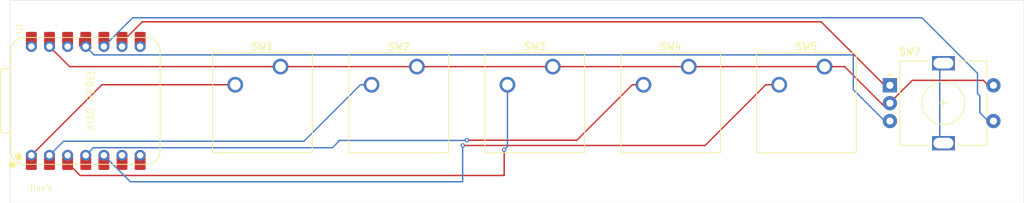
<source format=kicad_pcb>
(kicad_pcb (version 20241229) (generator "pcbnew") (generator_version "9.0")
  (layers (0 "F.Cu" signal) (2 "B.Cu" signal) (13 "F.Paste" user) (15 "B.Paste" user) (5 "F.SilkS" user "F.Silkscreen") (7 "B.SilkS" user "B.Silkscreen") (1 "F.Mask" user) (3 "B.Mask" user) (25 "Edge.Cuts" user))
  (net 0 "")
  (net 1 "Net-(U1-GPIO26{slash}ADC0{slash}A0)")
  (net 2 "GND")
  (net 3 "Net-(U1-GPIO27{slash}ADC1{slash}A1)")
  (net 4 "Net-(U1-GPIO28{slash}ADC2{slash}A2)")
  (net 5 "Net-(U1-GPIO29{slash}ADC3{slash}A3)")
  (net 6 "Net-(U1-GPIO6{slash}SDA)")
  (net 7 "EC_B")
  (net 8 "EC_A")
  (net 9 "EC_S1")
  (net 15 "unconnected-(SW7-PadMP)")
  (footprint "Button_Switch_Keyboard:SW_Cherry_MX_1.00u_PCB" (layer "F.Cu") (at 155.11 70.54)
    (property "Reference" "SW3" (at -2.54 -2.794 0) (layer "F.SilkS"))
    (property "Value" "SW_Push")
    (fp_line (start -9.525 -1.905) (end 4.445 -1.905) (stroke (width 0.12)) (layer "F.SilkS"))
    (fp_line (start -9.525 12.065) (end -9.525 -1.905) (stroke (width 0.12)) (layer "F.SilkS"))
    (fp_line (start 4.445 -1.905) (end 4.445 12.065) (stroke (width 0.12)) (layer "F.SilkS"))
    (fp_line (start 4.445 12.065) (end -9.525 12.065) (stroke (width 0.12)) (layer "F.SilkS"))
    (pad "" np_thru_hole circle (at -7.62 5.08) (size 1.7 1.7) (drill 1.7) (layers "*.Cu" "*.Mask"))
    (pad "" np_thru_hole circle (at -2.54 5.08) (size 4 4) (drill 4) (layers "*.Cu" "*.Mask"))
    (pad "" np_thru_hole circle (at 2.54 5.08) (size 1.7 1.7) (drill 1.7) (layers "*.Cu" "*.Mask"))
    (pad "1" thru_hole circle (at 0 0) (size 2.2 2.2) (drill 1.5) (layers "*.Cu" "*.Mask") (net 2 "GND"))
    (pad "2" thru_hole circle (at -6.35 2.54) (size 2.2 2.2) (drill 1.5) (layers "*.Cu" "*.Mask") (net 4 "Net-(U1-GPIO28{slash}ADC2{slash}A2)"))
  )
  (footprint "Button_Switch_Keyboard:SW_Cherry_MX_1.00u_PCB" (layer "F.Cu") (at 136.07 70.54)
    (property "Reference" "SW2" (at -2.54 -2.794 0) (layer "F.SilkS"))
    (property "Value" "SW_Push")
    (fp_line (start -9.525 -1.905) (end 4.445 -1.905) (stroke (width 0.12)) (layer "F.SilkS"))
    (fp_line (start -9.525 12.065) (end -9.525 -1.905) (stroke (width 0.12)) (layer "F.SilkS"))
    (fp_line (start 4.445 -1.905) (end 4.445 12.065) (stroke (width 0.12)) (layer "F.SilkS"))
    (fp_line (start 4.445 12.065) (end -9.525 12.065) (stroke (width 0.12)) (layer "F.SilkS"))
    (pad "" np_thru_hole circle (at -7.62 5.08) (size 1.7 1.7) (drill 1.7) (layers "*.Cu" "*.Mask"))
    (pad "" np_thru_hole circle (at -2.54 5.08) (size 4 4) (drill 4) (layers "*.Cu" "*.Mask"))
    (pad "" np_thru_hole circle (at 2.54 5.08) (size 1.7 1.7) (drill 1.7) (layers "*.Cu" "*.Mask"))
    (pad "1" thru_hole circle (at 0 0) (size 2.2 2.2) (drill 1.5) (layers "*.Cu" "*.Mask") (net 2 "GND"))
    (pad "2" thru_hole circle (at -6.35 2.54) (size 2.2 2.2) (drill 1.5) (layers "*.Cu" "*.Mask") (net 3 "Net-(U1-GPIO27{slash}ADC1{slash}A1)"))
  )
  (footprint "Button_Switch_Keyboard:SW_Cherry_MX_1.00u_PCB" (layer "F.Cu") (at 116.97 70.53875)
    (property "Reference" "SW1" (at -2.54 -2.794 0) (layer "F.SilkS"))
    (property "Value" "SW_Push")
    (fp_line (start -9.525 -1.905) (end 4.445 -1.905) (stroke (width 0.12)) (layer "F.SilkS"))
    (fp_line (start -9.525 12.065) (end -9.525 -1.905) (stroke (width 0.12)) (layer "F.SilkS"))
    (fp_line (start 4.445 -1.905) (end 4.445 12.065) (stroke (width 0.12)) (layer "F.SilkS"))
    (fp_line (start 4.445 12.065) (end -9.525 12.065) (stroke (width 0.12)) (layer "F.SilkS"))
    (pad "" np_thru_hole circle (at -7.62 5.08) (size 1.7 1.7) (drill 1.7) (layers "*.Cu" "*.Mask"))
    (pad "" np_thru_hole circle (at -2.54 5.08) (size 4 4) (drill 4) (layers "*.Cu" "*.Mask"))
    (pad "" np_thru_hole circle (at 2.54 5.08) (size 1.7 1.7) (drill 1.7) (layers "*.Cu" "*.Mask"))
    (pad "1" thru_hole circle (at 0 0) (size 2.2 2.2) (drill 1.5) (layers "*.Cu" "*.Mask") (net 2 "GND"))
    (pad "2" thru_hole circle (at -6.35 2.54) (size 2.2 2.2) (drill 1.5) (layers "*.Cu" "*.Mask") (net 1 "Net-(U1-GPIO26{slash}ADC0{slash}A0)"))
  )
  (footprint "Seeed Studio XIAO Series Library:XIAO-RP2040-DIP" (layer "F.Cu") (at 89.68 75.34 90)
    (property "Reference" "U1" (at 10.18125 -9.3075 90) (layer "F.SilkS") (effects (font (size 0.8 0.8) (thickness 0.1016))))
    (property "Value" "XIAO-RP2040-DIP")
    (fp_line (start -3.991272 -11.951) (end 4.004 -11.951) (stroke (width 0.127)) (layer "F.SilkS"))
    (fp_line (start 4.504 -11.451) (end 4.504 -10.541) (stroke (width 0.127)) (layer "F.SilkS"))
    (fp_line (start 6.985 -10.541) (end -6.985 -10.541) (stroke (width 0.1)) (layer "F.SilkS"))
    (fp_line (start 6.985 -10.541) (end -6.985 -10.541) (stroke (width 0.127)) (layer "F.SilkS"))
    (fp_line (start -4.495 -10.541) (end -4.491272 -11.451272) (stroke (width 0.127)) (layer "F.SilkS"))
    (fp_line (start 8.89 8.509) (end 8.89 -8.636) (stroke (width 0.127)) (layer "F.SilkS"))
    (fp_line (start -8.89 8.509) (end -8.89 -8.636) (stroke (width 0.127)) (layer "F.SilkS"))
    (fp_line (start -6.985 10.414) (end 6.985 10.414) (stroke (width 0.127)) (layer "F.SilkS"))
    (fp_arc (start 4.004 -11.951) (mid 4.357553 -11.804553) (end 4.504 -11.451) (stroke (width 0.127)) (layer "F.SilkS"))
    (fp_arc (start -4.491272 -11.451272) (mid -4.344728 -11.80464) (end -3.991272 -11.951) (stroke (width 0.127)) (layer "F.SilkS"))
    (fp_arc (start 6.985 -10.541) (mid 8.332038 -9.983038) (end 8.89 -8.636) (stroke (width 0.127)) (layer "F.SilkS"))
    (fp_arc (start -8.89 -8.636) (mid -8.332038 -9.983038) (end -6.985 -10.541) (stroke (width 0.127)) (layer "F.SilkS"))
    (fp_arc (start 8.89 8.509) (mid 8.332038 9.856038) (end 6.985 10.414) (stroke (width 0.127)) (layer "F.SilkS"))
    (fp_arc (start -6.985 10.414) (mid -8.332038 9.856038) (end -8.89 8.509) (stroke (width 0.127)) (layer "F.SilkS"))
    (fp_circle (center -8.95 -10.3) (end -8.95 -10.554) (stroke (width 0.5)) (fill yes) (layer "F.SilkS"))
    (fp_circle (center -7.807 -9.42) (end -7.807 -9.674) (stroke (width 0.5)) (fill yes) (layer "F.SilkS"))
    (pad "1" smd roundrect (at -8.455 -7.62 270) (size 2.432 1.524) (layers "F.Cu" "F.Mask") (roundrect_rratio 0.1) (net 1 "Net-(U1-GPIO26{slash}ADC0{slash}A0)"))
    (pad "1" thru_hole circle (at -7.62 -7.62 270) (size 1.524 1.524) (drill 0.889) (layers "*.Cu" "*.Mask") (net 1 "Net-(U1-GPIO26{slash}ADC0{slash}A0)"))
    (pad "2" smd roundrect (at -8.455 -5.08 270) (size 2.432 1.524) (layers "F.Cu" "F.Mask") (roundrect_rratio 0.1) (net 3 "Net-(U1-GPIO27{slash}ADC1{slash}A1)"))
    (pad "2" thru_hole circle (at -7.62 -5.08 270) (size 1.524 1.524) (drill 0.889) (layers "*.Cu" "*.Mask") (net 3 "Net-(U1-GPIO27{slash}ADC1{slash}A1)"))
    (pad "3" smd roundrect (at -8.455 -2.54 270) (size 2.432 1.524) (layers "F.Cu" "F.Mask") (roundrect_rratio 0.1) (net 4 "Net-(U1-GPIO28{slash}ADC2{slash}A2)"))
    (pad "3" thru_hole circle (at -7.62 -2.54 270) (size 1.524 1.524) (drill 0.889) (layers "*.Cu" "*.Mask") (net 4 "Net-(U1-GPIO28{slash}ADC2{slash}A2)"))
    (pad "4" smd roundrect (at -8.455 0 270) (size 2.432 1.524) (layers "F.Cu" "F.Mask") (roundrect_rratio 0.1) (net 5 "Net-(U1-GPIO29{slash}ADC3{slash}A3)"))
    (pad "4" thru_hole circle (at -7.62 0 270) (size 1.524 1.524) (drill 0.889) (layers "*.Cu" "*.Mask") (net 5 "Net-(U1-GPIO29{slash}ADC3{slash}A3)"))
    (pad "5" smd roundrect (at -8.455 2.54 270) (size 2.432 1.524) (layers "F.Cu" "F.Mask") (roundrect_rratio 0.1) (net 6 "Net-(U1-GPIO6{slash}SDA)"))
    (pad "5" thru_hole circle (at -7.62 2.54 270) (size 1.524 1.524) (drill 0.889) (layers "*.Cu" "*.Mask") (net 6 "Net-(U1-GPIO6{slash}SDA)"))
    (pad "6" smd roundrect (at -8.455 5.08 270) (size 2.432 1.524) (layers "F.Cu" "F.Mask") (roundrect_rratio 0.1))
    (pad "6" thru_hole circle (at -7.62 5.08 270) (size 1.524 1.524) (drill 0.889) (layers "*.Cu" "*.Mask"))
    (pad "7" smd roundrect (at -8.455 7.62 270) (size 2.432 1.524) (layers "F.Cu" "F.Mask") (roundrect_rratio 0.1))
    (pad "7" thru_hole circle (at -7.62 7.62 270) (size 1.524 1.524) (drill 0.889) (layers "*.Cu" "*.Mask"))
    (pad "8" thru_hole circle (at 7.62 7.62 90) (size 1.524 1.524) (drill 0.889) (layers "*.Cu" "*.Mask"))
    (pad "8" smd roundrect (at 8.455 7.62 90) (size 2.432 1.524) (layers "F.Cu" "F.Mask") (roundrect_rratio 0.1))
    (pad "9" thru_hole circle (at 7.62 5.08 90) (size 1.524 1.524) (drill 0.889) (layers "*.Cu" "*.Mask") (net 8 "EC_A"))
    (pad "9" smd roundrect (at 8.455 5.08 90) (size 2.432 1.524) (layers "F.Cu" "F.Mask") (roundrect_rratio 0.1) (net 8 "EC_A"))
    (pad "10" thru_hole circle (at 7.62 2.54 90) (size 1.524 1.524) (drill 0.889) (layers "*.Cu" "*.Mask") (net 9 "EC_S1"))
    (pad "10" smd roundrect (at 8.455 2.54 90) (size 2.432 1.524) (layers "F.Cu" "F.Mask") (roundrect_rratio 0.1) (net 9 "EC_S1"))
    (pad "11" thru_hole circle (at 7.62 0 90) (size 1.524 1.524) (drill 0.889) (layers "*.Cu" "*.Mask") (net 7 "EC_B"))
    (pad "11" smd roundrect (at 8.455 0 90) (size 2.432 1.524) (layers "F.Cu" "F.Mask") (roundrect_rratio 0.1) (net 7 "EC_B"))
    (pad "12" thru_hole circle (at 7.62 -2.54 90) (size 1.524 1.524) (drill 0.889) (layers "*.Cu" "*.Mask"))
    (pad "12" smd roundrect (at 8.455 -2.54 90) (size 2.432 1.524) (layers "F.Cu" "F.Mask") (roundrect_rratio 0.1))
    (pad "13" thru_hole circle (at 7.62 -5.08 90) (size 1.524 1.524) (drill 0.889) (layers "*.Cu" "*.Mask") (net 2 "GND"))
    (pad "13" smd roundrect (at 8.455 -5.08 90) (size 2.432 1.524) (layers "F.Cu" "F.Mask") (roundrect_rratio 0.1) (net 2 "GND"))
    (pad "14" thru_hole circle (at 7.62 -7.62 90) (size 1.524 1.524) (drill 0.889) (layers "*.Cu" "*.Mask"))
    (pad "14" smd roundrect (at 8.455 -7.62 90) (size 2.432 1.524) (layers "F.Cu" "F.Mask") (roundrect_rratio 0.1))
  )
  (footprint "Rotary_Encoder.pretty (1):RotaryEncoder_Alps_EC11E-Switch_Vertical_H20mm" (layer "F.Cu") (at 202.34 73.16)
    (property "Reference" "SW7" (at 2.8 -4.7 0) (layer "F.SilkS"))
    (property "Value" "RotaryEncoder_Switch_MP")
    (fp_line (start -0.3 -1.6) (end 0.3 -1.6) (stroke (width 0.12)) (layer "F.SilkS"))
    (fp_line (start 0 -1.3) (end -0.3 -1.6) (stroke (width 0.12)) (layer "F.SilkS"))
    (fp_line (start 0.3 -1.6) (end 0 -1.3) (stroke (width 0.12)) (layer "F.SilkS"))
    (fp_line (start 1.4 -3.4) (end 1.4 8.4) (stroke (width 0.12)) (layer "F.SilkS"))
    (fp_line (start 5.5 -3.4) (end 1.4 -3.4) (stroke (width 0.12)) (layer "F.SilkS"))
    (fp_line (start 5.5 8.4) (end 1.4 8.4) (stroke (width 0.12)) (layer "F.SilkS"))
    (fp_line (start 7 2.5) (end 8 2.5) (stroke (width 0.12)) (layer "F.SilkS"))
    (fp_line (start 7.5 2) (end 7.5 3) (stroke (width 0.12)) (layer "F.SilkS"))
    (fp_line (start 9.5 -3.4) (end 13.6 -3.4) (stroke (width 0.12)) (layer "F.SilkS"))
    (fp_line (start 13.6 -3.4) (end 13.6 -1) (stroke (width 0.12)) (layer "F.SilkS"))
    (fp_line (start 13.6 1.2) (end 13.6 3.8) (stroke (width 0.12)) (layer "F.SilkS"))
    (fp_line (start 13.6 6) (end 13.6 8.4) (stroke (width 0.12)) (layer "F.SilkS"))
    (fp_line (start 13.6 8.4) (end 9.5 8.4) (stroke (width 0.12)) (layer "F.SilkS"))
    (fp_circle (center 7.5 2.5) (end 10.5 2.5) (stroke (width 0.12)) (fill no) (layer "F.SilkS"))
    (pad "A" thru_hole rect (at 0 0) (size 2 2) (drill 1) (layers "*.Cu" "*.Mask") (net 8 "EC_A"))
    (pad "B" thru_hole circle (at 0 5) (size 2 2) (drill 1) (layers "*.Cu" "*.Mask") (net 7 "EC_B"))
    (pad "C" thru_hole circle (at 0 2.5) (size 2 2) (drill 1) (layers "*.Cu" "*.Mask") (net 2 "GND"))
    (pad "MP" thru_hole rect (at 7.5 -3.1) (size 3.2 2) (drill oval 2.8 1.5) (layers "*.Cu" "*.Mask") (net 15 "unconnected-(SW7-PadMP)"))
    (pad "MP" thru_hole rect (at 7.5 8.1) (size 3.2 2) (drill oval 2.8 1.5) (layers "*.Cu" "*.Mask") (net 15 "unconnected-(SW7-PadMP)"))
    (pad "S1" thru_hole circle (at 14.5 5) (size 2 2) (drill 1) (layers "*.Cu" "*.Mask") (net 9 "EC_S1"))
    (pad "S2" thru_hole circle (at 14.5 0) (size 2 2) (drill 1) (layers "*.Cu" "*.Mask") (net 2 "GND"))
  )
  (footprint "Button_Switch_Keyboard:SW_Cherry_MX_1.00u_PCB" (layer "F.Cu") (at 193.18 70.54)
    (property "Reference" "SW5" (at -2.54 -2.794 0) (layer "F.SilkS"))
    (property "Value" "SW_Push")
    (fp_line (start -9.525 -1.905) (end 4.445 -1.905) (stroke (width 0.12)) (layer "F.SilkS"))
    (fp_line (start -9.525 12.065) (end -9.525 -1.905) (stroke (width 0.12)) (layer "F.SilkS"))
    (fp_line (start 4.445 -1.905) (end 4.445 12.065) (stroke (width 0.12)) (layer "F.SilkS"))
    (fp_line (start 4.445 12.065) (end -9.525 12.065) (stroke (width 0.12)) (layer "F.SilkS"))
    (pad "" np_thru_hole circle (at -7.62 5.08) (size 1.7 1.7) (drill 1.7) (layers "*.Cu" "*.Mask"))
    (pad "" np_thru_hole circle (at -2.54 5.08) (size 4 4) (drill 4) (layers "*.Cu" "*.Mask"))
    (pad "" np_thru_hole circle (at 2.54 5.08) (size 1.7 1.7) (drill 1.7) (layers "*.Cu" "*.Mask"))
    (pad "1" thru_hole circle (at 0 0) (size 2.2 2.2) (drill 1.5) (layers "*.Cu" "*.Mask") (net 2 "GND"))
    (pad "2" thru_hole circle (at -6.35 2.54) (size 2.2 2.2) (drill 1.5) (layers "*.Cu" "*.Mask") (net 6 "Net-(U1-GPIO6{slash}SDA)"))
  )
  (footprint "Button_Switch_Keyboard:SW_Cherry_MX_1.00u_PCB" (layer "F.Cu") (at 174.16 70.54)
    (property "Reference" "SW4" (at -2.54 -2.794 0) (layer "F.SilkS"))
    (property "Value" "SW_Push")
    (fp_line (start -9.525 -1.905) (end 4.445 -1.905) (stroke (width 0.12)) (layer "F.SilkS"))
    (fp_line (start -9.525 12.065) (end -9.525 -1.905) (stroke (width 0.12)) (layer "F.SilkS"))
    (fp_line (start 4.445 -1.905) (end 4.445 12.065) (stroke (width 0.12)) (layer "F.SilkS"))
    (fp_line (start 4.445 12.065) (end -9.525 12.065) (stroke (width 0.12)) (layer "F.SilkS"))
    (pad "" np_thru_hole circle (at -7.62 5.08) (size 1.7 1.7) (drill 1.7) (layers "*.Cu" "*.Mask"))
    (pad "" np_thru_hole circle (at -2.54 5.08) (size 4 4) (drill 4) (layers "*.Cu" "*.Mask"))
    (pad "" np_thru_hole circle (at 2.54 5.08) (size 1.7 1.7) (drill 1.7) (layers "*.Cu" "*.Mask"))
    (pad "1" thru_hole circle (at 0 0) (size 2.2 2.2) (drill 1.5) (layers "*.Cu" "*.Mask") (net 2 "GND"))
    (pad "2" thru_hole circle (at -6.35 2.54) (size 2.2 2.2) (drill 1.5) (layers "*.Cu" "*.Mask") (net 5 "Net-(U1-GPIO29{slash}ADC3{slash}A3)"))
  )
  (gr_rect (start 79.06 61.23) (end 221.11 89.65) (stroke (width 0.05)) (fill no) (layer "Edge.Cuts"))
  (gr_text "liuv's\n" (at 81.82 88 0) (layer "F.SilkS") (effects (font (size 0.8 0.8) (thickness 0.1)) (justify left bottom)))
  (gr_text "XIAO HERE!\n" (at 90.97 79.62 90) (layer "F.SilkS") (effects (font (size 1 1) (thickness 0.1)) (justify left bottom)))
  (segment (start 82.06 82.96) (end 91.94125 73.07875) (width 0.2) (layer "F.Cu") (net 1))
  (segment (start 91.94125 73.07875) (end 110.62 73.07875) (width 0.2) (layer "F.Cu") (net 1))
  (segment (start 117.1925 70.54) (end 136.07 70.54) (width 0.2) (layer "F.Cu") (net 2))
  (segment (start 136.07 70.54) (end 155.11 70.54) (width 0.2) (layer "F.Cu") (net 2))
  (segment (start 201.69 76.24) (end 205.47 72.46) (width 0.2) (layer "F.Cu") (net 2))
  (segment (start 195.99 70.54) (end 201.69 76.24) (width 0.2) (layer "F.Cu") (net 2))
  (segment (start 174.16 70.54) (end 193.18 70.54) (width 0.2) (layer "F.Cu") (net 2))
  (segment (start 215.41 72.46) (end 216.24 73.29) (width 0.2) (layer "F.Cu") (net 2))
  (segment (start 87.41875 70.53875) (end 116.97 70.53875) (width 0.2) (layer "F.Cu") (net 2))
  (segment (start 205.47 72.46) (end 215.41 72.46) (width 0.2) (layer "F.Cu") (net 2))
  (segment (start 84.6 67.72) (end 87.41875 70.53875) (width 0.2) (layer "F.Cu") (net 2))
  (segment (start 117.19125 70.53875) (end 117.1925 70.54) (width 0.2) (layer "F.Cu") (net 2))
  (segment (start 193.18 70.54) (end 195.99 70.54) (width 0.2) (layer "F.Cu") (net 2))
  (segment (start 174.16 70.54) (end 155.11 70.54) (width 0.2) (layer "F.Cu") (net 2))
  (segment (start 116.97 70.53875) (end 117.19125 70.53875) (width 0.2) (layer "F.Cu") (net 2))
  (segment (start 120.254366 80.99) (end 128.164366 73.08) (width 0.2) (layer "B.Cu") (net 3))
  (segment (start 128.164366 73.08) (end 129.72 73.08) (width 0.2) (layer "B.Cu") (net 3))
  (segment (start 86.57 80.99) (end 120.254366 80.99) (width 0.2) (layer "B.Cu") (net 3))
  (segment (start 84.6 82.96) (end 86.57 80.99) (width 0.2) (layer "B.Cu") (net 3))
  (segment (start 88.89237 85.79) (end 148.06 85.79) (width 0.2) (layer "F.Cu") (net 4))
  (segment (start 87.14 82.96) (end 87.14 84.03763) (width 0.2) (layer "F.Cu") (net 4))
  (segment (start 87.14 84.03763) (end 88.89237 85.79) (width 0.2) (layer "F.Cu") (net 4))
  (segment (start 148.3 82.195735) (end 148.29 82.185735) (width 0.2) (layer "F.Cu") (net 4))
  (segment (start 148.11 85.74) (end 148.3 85.74) (width 0.2) (layer "F.Cu") (net 4))
  (segment (start 148.3 85.74) (end 148.25 85.74) (width 0.2) (layer "F.Cu") (net 4))
  (segment (start 148.06 85.79) (end 148.11 85.74) (width 0.2) (layer "F.Cu") (net 4))
  (segment (start 148.3 85.74) (end 148.3 82.195735) (width 0.2) (layer "F.Cu") (net 4))
  (via (at 148.29 82.185735) (size 0.6) (drill 0.3) (layers "F.Cu" "B.Cu") (net 4))
  (segment (start 148.76 81.715735) (end 148.76 73.08) (width 0.2) (layer "B.Cu") (net 4))
  (segment (start 148.29 82.185735) (end 148.76 81.715735) (width 0.2) (layer "B.Cu") (net 4))
  (segment (start 158.484366 80.85) (end 166.254366 73.08) (width 0.2) (layer "F.Cu") (net 5))
  (segment (start 143.1 80.85) (end 158.484366 80.85) (width 0.2) (layer "F.Cu") (net 5))
  (segment (start 166.254366 73.08) (end 167.81 73.08) (width 0.2) (layer "F.Cu") (net 5))
  (via (at 143.1 80.85) (size 0.6) (drill 0.3) (layers "F.Cu" "B.Cu") (net 5))
  (segment (start 143.07 80.88) (end 143.1 80.85) (width 0.2) (layer "B.Cu") (net 5))
  (segment (start 125.130735 81.01) (end 125.130735 80.880735) (width 0.2) (layer "B.Cu") (net 5))
  (segment (start 89.68 82.96) (end 90.743 81.897) (width 0.2) (layer "B.Cu") (net 5))
  (segment (start 125.130735 80.880735) (end 125.26 80.880735) (width 0.2) (layer "B.Cu") (net 5))
  (segment (start 125.260735 80.88) (end 143.07 80.88) (width 0.2) (layer "B.Cu") (net 5))
  (segment (start 124.243735 81.897) (end 125.130735 81.01) (width 0.2) (layer "B.Cu") (net 5))
  (segment (start 90.743 81.897) (end 124.243735 81.897) (width 0.2) (layer "B.Cu") (net 5))
  (segment (start 125.26 80.880735) (end 125.260735 80.88) (width 0.2) (layer "B.Cu") (net 5))
  (segment (start 176.444205 81.585735) (end 184.94994 73.08) (width 0.2) (layer "F.Cu") (net 6))
  (segment (start 142.495735 81.585735) (end 176.444205 81.585735) (width 0.2) (layer "F.Cu") (net 6))
  (segment (start 184.94994 73.08) (end 186.83 73.08) (width 0.2) (layer "F.Cu") (net 6))
  (via (at 142.495735 81.585735) (size 0.6) (drill 0.3) (layers "F.Cu" "B.Cu") (net 6))
  (segment (start 92.22 82.96) (end 95.93 86.67) (width 0.2) (layer "B.Cu") (net 6))
  (segment (start 142.48 81.60147) (end 142.495735 81.585735) (width 0.2) (layer "B.Cu") (net 6))
  (segment (start 95.93 86.67) (end 142.48 86.67) (width 0.2) (layer "B.Cu") (net 6))
  (segment (start 142.48 86.67) (end 142.48 81.60147) (width 0.2) (layer "B.Cu") (net 6))
  (segment (start 88.8375 67.66125) (end 88.8375 66.58362) (width 0.2) (layer "F.Cu") (net 7))
  (segment (start 89.68 67.72) (end 90.86 68.9) (width 0.2) (layer "B.Cu") (net 7))
  (segment (start 197.21 73.76) (end 201.74 78.29) (width 0.2) (layer "B.Cu") (net 7))
  (segment (start 90.86 68.9) (end 197.21 68.9) (width 0.2) (layer "B.Cu") (net 7))
  (segment (start 197.21 68.9) (end 197.21 73.76) (width 0.2) (layer "B.Cu") (net 7))
  (segment (start 192.71 64.26) (end 201.74 73.29) (width 0.2) (layer "F.Cu") (net 8))
  (segment (start 94.76 67.106374) (end 97.606374 64.26) (width 0.2) (layer "F.Cu") (net 8))
  (segment (start 97.606374 64.26) (end 192.71 64.26) (width 0.2) (layer "F.Cu") (net 8))
  (segment (start 94.76 67.72) (end 94.76 67.106374) (width 0.2) (layer "F.Cu") (net 8))
  (segment (start 214.939 76.989) (end 216.24 78.29) (width 0.2) (layer "B.Cu") (net 9))
  (segment (start 206.83 63.69) (end 214.61 71.47) (width 0.2) (layer "B.Cu") (net 9))
  (segment (start 214.61 74.31) (end 214.939 74.639) (width 0.2) (layer "B.Cu") (net 9))
  (segment (start 96.25 63.69) (end 206.83 63.69) (width 0.2) (layer "B.Cu") (net 9))
  (segment (start 214.61 71.47) (end 214.61 74.31) (width 0.2) (layer "B.Cu") (net 9))
  (segment (start 92.22 67.72) (end 96.25 63.69) (width 0.2) (layer "B.Cu") (net 9))
  (segment (start 214.939 74.639) (end 214.939 76.989) (width 0.2) (layer "B.Cu") (net 9))
  (segment (start 209.32 70.15) (end 209.32 81.35) (width 0.2) (layer "B.Cu") (net 15))
)
</source>
